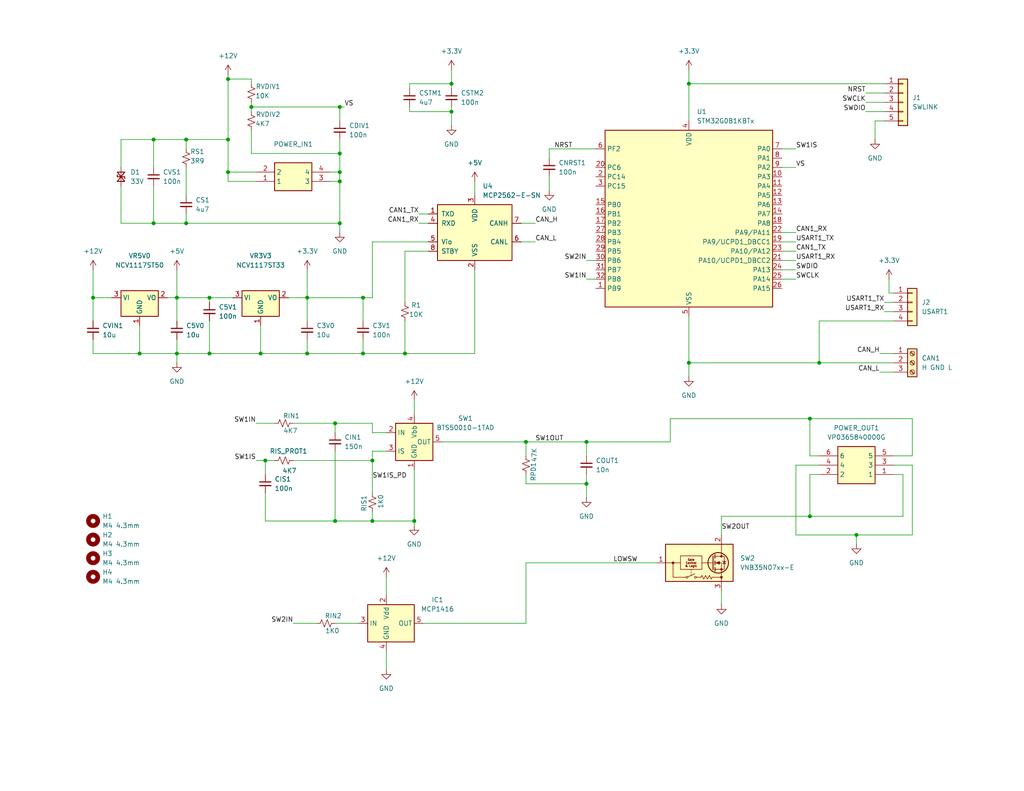
<source format=kicad_sch>
(kicad_sch (version 20250114) (generator "eeschema") (generator_version "9.0")
  (paper "USLetter")
  (title_block (title "High / Low Smart Switch") (date "2026-01-18") (rev "001") (company "Gordon McLellan"))
  (lib_symbols
    (symbol "Connector:Screw_Terminal_01x03" (pin_names (offset 1.016) (hide yes))
      (property "Reference" "J" (at 0 5.08 0))
      (property "Value" "Screw_Terminal_01x03" (at 0 -5.08 0))
      (symbol "Screw_Terminal_01x03_1_1"
        (rectangle (start -1.27 3.81) (end 1.27 -3.81) (stroke (width 0.254)) (fill (type background)))
        (polyline (pts (xy -0.5334 2.8702) (xy 0.3302 2.032)) (stroke (width 0.1524)))
        (polyline (pts (xy -0.5334 0.3302) (xy 0.3302 -0.508)) (stroke (width 0.1524)))
        (polyline (pts (xy -0.5334 -2.2098) (xy 0.3302 -3.048)) (stroke (width 0.1524)))
        (polyline (pts (xy -0.3556 3.048) (xy 0.508 2.2098)) (stroke (width 0.1524)))
        (polyline (pts (xy -0.3556 0.508) (xy 0.508 -0.3302)) (stroke (width 0.1524)))
        (polyline (pts (xy -0.3556 -2.032) (xy 0.508 -2.8702)) (stroke (width 0.1524)))
        (circle (center 0 2.54) (radius 0.635) (stroke (width 0.1524)))
        (circle (center 0 0) (radius 0.635) (stroke (width 0.1524)))
        (circle (center 0 -2.54) (radius 0.635) (stroke (width 0.1524)))
        (pin passive line (at -5.08 2.54 0) (length 3.81) (name "Pin_1") (number "1"))
        (pin passive line (at -5.08 0 0) (length 3.81) (name "Pin_2") (number "2"))
        (pin passive line (at -5.08 -2.54 0) (length 3.81) (name "Pin_3") (number "3"))
      )
    )
    (symbol "Connector_Generic:Conn_01x04" (pin_names (offset 1.016) (hide yes))
      (property "Reference" "J" (at 0 5.08 0))
      (property "Value" "Conn_01x04" (at 0 -7.62 0))
      (symbol "Conn_01x04_1_1"
        (rectangle (start -1.27 3.81) (end 1.27 -6.35) (stroke (width 0.254)) (fill (type background)))
        (rectangle (start -1.27 2.667) (end 0 2.413) (stroke (width 0.1524)))
        (rectangle (start -1.27 0.127) (end 0 -0.127) (stroke (width 0.1524)))
        (rectangle (start -1.27 -2.413) (end 0 -2.667) (stroke (width 0.1524)))
        (rectangle (start -1.27 -4.953) (end 0 -5.207) (stroke (width 0.1524)))
        (pin passive line (at -5.08 2.54 0) (length 3.81) (name "Pin_1") (number "1"))
        (pin passive line (at -5.08 0 0) (length 3.81) (name "Pin_2") (number "2"))
        (pin passive line (at -5.08 -2.54 0) (length 3.81) (name "Pin_3") (number "3"))
        (pin passive line (at -5.08 -5.08 0) (length 3.81) (name "Pin_4") (number "4"))
      )
    )
    (symbol "Connector_Generic:Conn_01x05" (pin_names (offset 1.016) (hide yes))
      (property "Reference" "J" (at 0 7.62 0))
      (property "Value" "Conn_01x05" (at 0 -7.62 0))
      (symbol "Conn_01x05_1_1"
        (rectangle (start -1.27 6.35) (end 1.27 -6.35) (stroke (width 0.254)) (fill (type background)))
        (rectangle (start -1.27 5.207) (end 0 4.953) (stroke (width 0.1524)))
        (rectangle (start -1.27 2.667) (end 0 2.413) (stroke (width 0.1524)))
        (rectangle (start -1.27 0.127) (end 0 -0.127) (stroke (width 0.1524)))
        (rectangle (start -1.27 -2.413) (end 0 -2.667) (stroke (width 0.1524)))
        (rectangle (start -1.27 -4.953) (end 0 -5.207) (stroke (width 0.1524)))
        (pin passive line (at -5.08 5.08 0) (length 3.81) (name "Pin_1") (number "1"))
        (pin passive line (at -5.08 2.54 0) (length 3.81) (name "Pin_2") (number "2"))
        (pin passive line (at -5.08 0 0) (length 3.81) (name "Pin_3") (number "3"))
        (pin passive line (at -5.08 -2.54 0) (length 3.81) (name "Pin_4") (number "4"))
        (pin passive line (at -5.08 -5.08 0) (length 3.81) (name "Pin_5") (number "5"))
      )
    )
    (symbol "Device:C_Small" (pin_numbers (hide yes)) (pin_names (offset 0.254) (hide yes))
      (property "Reference" "C" (at 0.254 1.778 0))
      (property "Value" "C_Small" (at 0.254 -2.032 0))
      (symbol "C_Small_0_1"
        (polyline (pts (xy -1.524 0.508) (xy 1.524 0.508)) (stroke (width 0.3048)))
        (polyline (pts (xy -1.524 -0.508) (xy 1.524 -0.508)) (stroke (width 0.3302)))
      )
      (symbol "C_Small_1_1"
        (pin passive line (at 0 2.54 270) (length 2.032) (name "~") (number "1"))
        (pin passive line (at 0 -2.54 90) (length 2.032) (name "~") (number "2"))
      )
    )
    (symbol "Device:D_TVS_Small" (pin_numbers (hide yes)) (pin_names (offset 1.016) (hide yes))
      (property "Reference" "D" (at 0 2.54 0))
      (property "Value" "D_TVS_Small" (at 0 -2.54 0))
      (symbol "D_TVS_Small_0_1"
        (polyline (pts (xy -1.27 1.016) (xy -1.27 -1.016) (xy 1.27 1.016) (xy 1.27 -1.016) (xy -1.27 1.016)) (stroke (width 0.254)))
        (polyline (pts (xy -1.27 0) (xy 1.27 0)))
        (polyline (pts (xy 0.508 1.016) (xy 0 1.016) (xy 0 -1.016) (xy -0.508 -1.016)) (stroke (width 0.254)))
      )
      (symbol "D_TVS_Small_1_1"
        (pin passive line (at -2.54 0 0) (length 1.27) (name "A1") (number "1"))
        (pin passive line (at 2.54 0 180) (length 1.27) (name "A2") (number "2"))
      )
    )
    (symbol "Device:R_Small_US" (pin_numbers (hide yes)) (pin_names (offset 0.254) (hide yes))
      (property "Reference" "R" (at 0.762 0.508 0))
      (property "Value" "R_Small_US" (at 0.762 -1.016 0))
      (symbol "R_Small_US_1_1"
        (polyline (pts (xy 0 1.524) (xy 1.016 1.143) (xy 0 0.762) (xy -1.016 0.381) (xy 0 0)))
        (polyline (pts (xy 0 0) (xy 1.016 -0.381) (xy 0 -0.762) (xy -1.016 -1.143) (xy 0 -1.524)))
        (pin passive line (at 0 2.54 270) (length 1.016) (name "~") (number "1"))
        (pin passive line (at 0 -2.54 90) (length 1.016) (name "~") (number "2"))
      )
    )
    (symbol "Driver_FET:MCP1416"
      (property "Reference" "U" (at -5.08 6.35 0))
      (property "Value" "MCP1416" (at 1.27 6.35 0))
      (symbol "MCP1416_0_1"
        (rectangle (start -5.08 5.08) (end 7.62 -5.08) (stroke (width 0.254)) (fill (type background)))
      )
      (symbol "MCP1416_1_1"
        (pin input line (at -7.62 0 0) (length 2.54) (name "IN") (number "3"))
        (pin power_in line (at 0 7.62 270) (length 2.54) (name "Vdd") (number "2"))
        (pin power_in line (at 0 -7.62 90) (length 2.54) (name "GND") (number "4"))
        (pin no_connect line (at 7.62 -2.54 180) (length 2.54) (hide yes) (name "NC") (number "1"))
        (pin output line (at 10.16 0 180) (length 2.54) (name "OUT") (number "5"))
      )
    )
    (symbol "Interface_CAN_LIN:MCP2562-E-SN" (pin_names (offset 1.016))
      (property "Reference" "U" (at -10.16 8.89 0))
      (property "Value" "MCP2562-E-SN" (at 2.54 8.89 0))
      (symbol "MCP2562-E-SN_0_1"
        (rectangle (start -10.16 7.62) (end 10.16 -7.62) (stroke (width 0.254)) (fill (type background)))
      )
      (symbol "MCP2562-E-SN_1_1"
        (pin input line (at -12.7 5.08 0) (length 2.54) (name "TXD") (number "1"))
        (pin output line (at -12.7 2.54 0) (length 2.54) (name "RXD") (number "4"))
        (pin power_in line (at -12.7 -2.54 0) (length 2.54) (name "Vio") (number "5"))
        (pin input line (at -12.7 -5.08 0) (length 2.54) (name "STBY") (number "8"))
        (pin power_in line (at 0 10.16 270) (length 2.54) (name "VDD") (number "3"))
        (pin power_in line (at 0 -10.16 90) (length 2.54) (name "VSS") (number "2"))
        (pin bidirectional line (at 12.7 2.54 180) (length 2.54) (name "CANH") (number "7"))
        (pin bidirectional line (at 12.7 -2.54 180) (length 2.54) (name "CANL") (number "6"))
      )
    )
    (symbol "MCU_ST_STM32G0:STM32G0B1KBTx"
      (property "Reference" "U" (at -22.86 26.67 0))
      (property "Value" "STM32G0B1KBTx" (at 2.54 26.67 0))
      (symbol "STM32G0B1KBTx_0_1"
        (rectangle (start -22.86 -22.86) (end 22.86 25.4) (stroke (width 0.254)) (fill (type background)))
      )
      (symbol "STM32G0B1KBTx_1_1"
        (pin bidirectional line (at -25.4 20.32 0) (length 2.54) (name "PF2") (number "6"))
        (pin bidirectional line (at -25.4 15.24 0) (length 2.54) (name "PC6") (number "20"))
        (pin bidirectional line (at -25.4 12.7 0) (length 2.54) (name "PC14") (number "2"))
        (pin bidirectional line (at -25.4 10.16 0) (length 2.54) (name "PC15") (number "3"))
        (pin bidirectional line (at -25.4 5.08 0) (length 2.54) (name "PB0") (number "15"))
        (pin bidirectional line (at -25.4 2.54 0) (length 2.54) (name "PB1") (number "16"))
        (pin bidirectional line (at -25.4 0 0) (length 2.54) (name "PB2") (number "17"))
        (pin bidirectional line (at -25.4 -2.54 0) (length 2.54) (name "PB3") (number "27"))
        (pin bidirectional line (at -25.4 -5.08 0) (length 2.54) (name "PB4") (number "28"))
        (pin bidirectional line (at -25.4 -7.62 0) (length 2.54) (name "PB5") (number "29"))
        (pin bidirectional line (at -25.4 -10.16 0) (length 2.54) (name "PB6") (number "30"))
        (pin bidirectional line (at -25.4 -12.7 0) (length 2.54) (name "PB7") (number "31"))
        (pin bidirectional line (at -25.4 -15.24 0) (length 2.54) (name "PB8") (number "32"))
        (pin bidirectional line (at -25.4 -17.78 0) (length 2.54) (name "PB9") (number "1"))
        (pin power_in line (at 0 27.94 270) (length 2.54) (name "VDD") (number "4"))
        (pin power_in line (at 0 -25.4 90) (length 2.54) (name "VSS") (number "5"))
        (pin bidirectional line (at 25.4 20.32 180) (length 2.54) (name "PA0") (number "7"))
        (pin bidirectional line (at 25.4 17.78 180) (length 2.54) (name "PA1") (number "8"))
        (pin bidirectional line (at 25.4 15.24 180) (length 2.54) (name "PA2") (number "9"))
        (pin bidirectional line (at 25.4 12.7 180) (length 2.54) (name "PA3") (number "10"))
        (pin bidirectional line (at 25.4 10.16 180) (length 2.54) (name "PA4") (number "11"))
        (pin bidirectional line (at 25.4 7.62 180) (length 2.54) (name "PA5") (number "12"))
        (pin bidirectional line (at 25.4 5.08 180) (length 2.54) (name "PA6") (number "13"))
        (pin bidirectional line (at 25.4 2.54 180) (length 2.54) (name "PA7") (number "14"))
        (pin bidirectional line (at 25.4 0 180) (length 2.54) (name "PA8") (number "18"))
        (pin bidirectional line (at 25.4 -2.54 180) (length 2.54) (name "PA9/PA11") (number "22"))
        (pin bidirectional line (at 25.4 -5.08 180) (length 2.54) (name "PA9/UCPD1_DBCC1") (number "19"))
        (pin bidirectional line (at 25.4 -7.62 180) (length 2.54) (name "PA10/PA12") (number "23"))
        (pin bidirectional line (at 25.4 -10.16 180) (length 2.54) (name "PA10/UCPD1_DBCC2") (number "21"))
        (pin bidirectional line (at 25.4 -12.7 180) (length 2.54) (name "PA13") (number "24"))
        (pin bidirectional line (at 25.4 -15.24 180) (length 2.54) (name "PA14") (number "25"))
        (pin bidirectional line (at 25.4 -17.78 180) (length 2.54) (name "PA15") (number "26"))
      )
    )
    (symbol "Mechanical:MountingHole" (pin_names (offset 1.016)) (in_bom no)
      (property "Reference" "H" (at 0 5.08 0))
      (property "Value" "MountingHole" (at 0 3.175 0))
      (symbol "MountingHole_0_1"
        (circle (center 0 0) (radius 1.27) (stroke (width 1.27)))
      )
    )
    (symbol "PCM_SparkFun-Regulator:LM1117-3.3"
      (property "Reference" "U" (at -3.81 3.175 0))
      (property "Value" "LM1117-3.3" (at 0 3.175 0))
      (property "VMax" "15V" (at 0 -10.16 0) (show_name))
      (property "IMax" "800mA" (at 0 -12.7 0) (show_name))
      (symbol "LM1117-3.3_0_1"
        (rectangle (start -5.08 -5.08) (end 5.08 1.905) (stroke (width 0.254)) (fill (type background)))
      )
      (symbol "LM1117-3.3_1_1"
        (pin power_in line (at -7.62 0 0) (length 2.54) (name "VI") (number "3"))
        (pin power_in line (at 0 -7.62 90) (length 2.54) (name "GND") (number "1"))
        (pin power_out line (at 7.62 0 180) (length 2.54) (name "VO") (number "2"))
      )
    )
    (symbol "Power_Management:BTS50010-1TAD"
      (property "Reference" "U" (at -5.08 6.35 0))
      (property "Value" "BTS50010-1TAD" (at 8.89 6.35 0))
      (symbol "BTS50010-1TAD_0_1"
        (rectangle (start -5.08 5.08) (end 5.08 -5.08) (stroke (width 0.254)) (fill (type background)))
      )
      (symbol "BTS50010-1TAD_1_1"
        (pin input line (at -7.62 2.54 0) (length 2.54) (name "IN") (number "2"))
        (pin output line (at -7.62 -2.54 0) (length 2.54) (name "IS") (number "3"))
        (pin power_in line (at 0 7.62 270) (length 2.54) (name "Vbb") (number "4"))
        (pin power_in line (at 0 -7.62 90) (length 2.54) (name "GND") (number "1"))
        (pin passive line (at 7.62 0 180) (length 2.54) (name "OUT") (number "5"))
        (pin passive line (at 7.62 0 180) (length 2.54) (hide yes) (name "OUT") (number "6"))
        (pin passive line (at 7.62 0 180) (length 2.54) (hide yes) (name "OUT") (number "7"))
      )
    )
    (symbol "SamacSys_Parts:VP0265840000G"
      (property "Reference" "J" (at 16.51 7.62 0))
      (property "Value" "VP0265840000G" (at 16.51 5.08 0))
      (symbol "VP0265840000G_1_1"
        (rectangle (start 5.08 2.54) (end 15.24 -5.08) (stroke (width 0.254)) (fill (type background)))
        (pin passive line (at 0 0 0) (length 5.08) (name "2") (number "2"))
        (pin passive line (at 0 -2.54 0) (length 5.08) (name "1") (number "1"))
        (pin passive line (at 20.32 0 180) (length 5.08) (name "4") (number "4"))
        (pin passive line (at 20.32 -2.54 180) (length 5.08) (name "3") (number "3"))
      )
    )
    (symbol "SamacSys_Parts:VP0365840000G"
      (property "Reference" "J" (at 16.51 7.62 0))
      (property "Value" "VP0365840000G" (at 16.51 5.08 0))
      (symbol "VP0365840000G_1_1"
        (rectangle (start 5.08 2.54) (end 15.24 -7.62) (stroke (width 0.254)) (fill (type background)))
        (pin passive line (at 0 0 0) (length 5.08) (name "1") (number "1"))
        (pin passive line (at 0 -2.54 0) (length 5.08) (name "3") (number "3"))
        (pin passive line (at 0 -5.08 0) (length 5.08) (name "5") (number "5"))
        (pin passive line (at 20.32 0 180) (length 5.08) (name "2") (number "2"))
        (pin passive line (at 20.32 -2.54 180) (length 5.08) (name "4") (number "4"))
        (pin passive line (at 20.32 -5.08 180) (length 5.08) (name "6") (number "6"))
      )
    )
    (symbol "Transistor_FET_Other:VNB35N07xx-E" (pin_names (offset 0) (hide yes))
      (property "Reference" "Q" (at -17.78 9.398 0))
      (property "Value" "VNB35N07xx-E" (at -17.78 6.858 0))
      (symbol "VNB35N07xx-E_0_0"
        (polyline (pts (xy 0 2.667) (xy 0 5.08)))
        (polyline (pts (xy 0 -5.08) (xy 0 -2.667)))
      )
      (symbol "VNB35N07xx-E_0_1"
        (rectangle (start -15.24 5.08) (end 3.175 -5.08) (stroke (width 0.254)) (fill (type background)))
        (rectangle (start -11.176 1.905) (end -5.334 -1.778))
        (polyline (pts (xy -11.176 0) (xy -15.24 0)))
        (polyline (pts (xy -9.6774 -3.937) (xy -13.208 -3.937) (xy -13.208 0)))
        (circle (center -9.398 -3.937) (radius 0.254))
        (polyline (pts (xy -9.144 -3.81) (xy -7.2644 -2.9972)))
        (circle (center -7.112 -3.937) (radius 0.254))
        (polyline (pts (xy -5.588 -3.937) (xy -6.8326 -3.937)))
        (polyline (pts (xy -5.588 -3.937) (xy -5.334 -3.429) (xy -5.08 -3.937) (xy -4.826 -4.445) (xy -4.572 -3.937)))
        (polyline (pts (xy -5.334 0) (xy -2.286 0)))
        (polyline (pts (xy -4.572 -3.937) (xy -4.318 -3.429) (xy -4.064 -3.937) (xy -3.81 -4.445) (xy -3.556 -3.937)))
        (polyline (pts (xy -3.556 -3.937) (xy -3.302 -3.429) (xy -3.048 -3.937) (xy -2.794 -4.445) (xy -2.54 -3.937)))
        (polyline (pts (xy -2.286 1.905) (xy -2.286 -1.905)) (stroke (width 0.254)))
        (polyline (pts (xy -1.778 2.286) (xy -1.778 1.27)) (stroke (width 0.254)))
        (polyline (pts (xy -1.778 0.508) (xy -1.778 -0.508)) (stroke (width 0.254)))
        (polyline (pts (xy -1.778 -1.27) (xy -1.778 -2.286)) (stroke (width 0.254)))
        (polyline (pts (xy -1.778 -1.778) (xy 0.762 -1.778) (xy 0.762 1.778) (xy -1.778 1.778)))
        (polyline (pts (xy -1.524 0) (xy -0.508 0.381) (xy -0.508 -0.381) (xy -1.524 0)) (fill (type outline)))
        (circle (center -0.889 0) (radius 2.794) (stroke (width 0.254)))
        (polyline (pts (xy 0 2.54) (xy 0 1.778)))
        (circle (center 0 1.778) (radius 0.254) (fill (type outline)))
        (circle (center 0 -1.778) (radius 0.254) (fill (type outline)))
        (polyline (pts (xy 0 -2.54) (xy 0 0) (xy -1.778 0)))
        (polyline (pts (xy 0 -3.937) (xy -2.54 -3.937)))
        (polyline (pts (xy 0.254 0.508) (xy 0.381 0.381) (xy 1.143 0.381) (xy 1.27 0.254)))
        (polyline (pts (xy 0.762 0.381) (xy 0.381 -0.254) (xy 1.143 -0.254) (xy 0.762 0.381)))
      )
      (symbol "VNB35N07xx-E_1_1"
        (circle (center -13.208 0) (radius 0.2794) (fill (type outline)))
        (polyline (pts (xy -8.2804 -2.1082) (xy -8.2804 -1.8034)))
        (polyline (pts (xy -8.2804 -2.7432) (xy -8.2804 -2.4892)))
        (polyline (pts (xy -8.2804 -3.3782) (xy -8.2804 -3.1242)))
        (circle (center 0 -3.937) (radius 0.2794) (fill (type outline)))
        (text "Gate\nControl\n& Logic" (at -8.255 0 0) (effects (font (size 0.5334 0.5334))))
        (pin bidirectional line (at -17.78 0 0) (length 2.54) (name "INPUT") (number "1"))
        (pin passive line (at 0 7.62 270) (length 2.54) (name "DRAIN") (number "2"))
        (pin passive line (at 0 -7.62 90) (length 2.54) (name "SOURCE") (number "3"))
      )
    )
    (symbol "power:+12V" (power) (pin_numbers (hide yes)) (pin_names (offset 0) (hide yes))
      (property "Value" "+12V" (at 0 3.556 0))
      (symbol "+12V_0_1"
        (polyline (pts (xy -0.762 1.27) (xy 0 2.54)))
        (polyline (pts (xy 0 2.54) (xy 0.762 1.27)))
        (polyline (pts (xy 0 0) (xy 0 2.54)))
      )
      (symbol "+12V_1_1"
        (pin power_in line (at 0 0 90) (length 0) (name "~") (number "1"))
      )
    )
    (symbol "power:+3.3V" (power) (pin_numbers (hide yes)) (pin_names (offset 0) (hide yes))
      (property "Value" "+3.3V" (at 0 3.556 0))
      (symbol "+3.3V_0_1"
        (polyline (pts (xy -0.762 1.27) (xy 0 2.54)))
        (polyline (pts (xy 0 2.54) (xy 0.762 1.27)))
        (polyline (pts (xy 0 0) (xy 0 2.54)))
      )
      (symbol "+3.3V_1_1"
        (pin power_in line (at 0 0 90) (length 0) (name "~") (number "1"))
      )
    )
    (symbol "power:+5V" (power) (pin_numbers (hide yes)) (pin_names (offset 0) (hide yes))
      (property "Value" "+5V" (at 0 3.556 0))
      (symbol "+5V_0_1"
        (polyline (pts (xy -0.762 1.27) (xy 0 2.54)))
        (polyline (pts (xy 0 2.54) (xy 0.762 1.27)))
        (polyline (pts (xy 0 0) (xy 0 2.54)))
      )
      (symbol "+5V_1_1"
        (pin power_in line (at 0 0 90) (length 0) (name "~") (number "1"))
      )
    )
    (symbol "power:GND" (power) (pin_numbers (hide yes)) (pin_names (offset 0) (hide yes))
      (property "Value" "GND" (at 0 -3.81 0))
      (symbol "GND_0_1"
        (polyline (pts (xy 0 0) (xy 0 -1.27) (xy 1.27 -1.27) (xy 0 -2.54) (xy -1.27 -1.27) (xy 0 -1.27)))
      )
      (symbol "GND_1_1"
        (pin power_in line (at 0 0 270) (length 0) (name "~") (number "1"))
      )
    )
  )
  (junction (at 92.71 41.91))
  (junction (at 83.82 96.52))
  (junction (at 99.06 81.28))
  (junction (at 220.98 140.97))
  (junction (at 62.23 21.59))
  (junction (at 101.6 142.24))
  (junction (at 187.96 22.86))
  (junction (at 62.23 38.1))
  (junction (at 41.91 38.1))
  (junction (at 233.68 146.05))
  (junction (at 113.03 142.24))
  (junction (at 92.71 29.21))
  (junction (at 91.44 142.24))
  (junction (at 50.8 60.96))
  (junction (at 143.51 120.65))
  (junction (at 48.26 96.52))
  (junction (at 123.19 30.48))
  (junction (at 92.71 60.96))
  (junction (at 48.26 81.28))
  (junction (at 91.44 115.57))
  (junction (at 25.4 81.28))
  (junction (at 38.1 96.52))
  (junction (at 223.52 99.06))
  (junction (at 92.71 49.53))
  (junction (at 57.15 81.28))
  (junction (at 187.96 99.06))
  (junction (at 160.02 132.08))
  (junction (at 62.23 46.99))
  (junction (at 99.06 96.52))
  (junction (at 110.49 96.52))
  (junction (at 101.6 125.73))
  (junction (at 57.15 96.52))
  (junction (at 92.71 46.99))
  (junction (at 160.02 120.65))
  (junction (at 41.91 60.96))
  (junction (at 123.19 22.86))
  (junction (at 72.39 125.73))
  (junction (at 220.98 114.3))
  (junction (at 68.58 29.21))
  (junction (at 50.8 38.1))
  (junction (at 71.12 96.52))
  (junction (at 83.82 81.28))
  (wire (pts (xy 68.58 22.86) (xy 68.58 21.59)))
  (wire (pts (xy 187.96 99.06) (xy 187.96 102.87)))
  (wire (pts (xy 105.41 157.48) (xy 105.41 162.56)))
  (wire (pts (xy 50.8 60.96) (xy 92.71 60.96)))
  (wire (pts (xy 196.85 140.97) (xy 196.85 146.05)))
  (wire (pts (xy 143.51 170.18) (xy 143.51 153.67)))
  (wire (pts (xy 90.17 49.53) (xy 92.71 49.53)))
  (wire (pts (xy 72.39 125.73) (xy 69.85 125.73)))
  (wire (pts (xy 83.82 81.28) (xy 83.82 87.63)))
  (wire (pts (xy 143.51 153.67) (xy 179.07 153.67)))
  (wire (pts (xy 223.52 87.63) (xy 223.52 99.06)))
  (wire (pts (xy 248.92 114.3) (xy 248.92 124.46)))
  (wire (pts (xy 99.06 81.28) (xy 83.82 81.28)))
  (wire (pts (xy 236.22 30.48) (xy 241.3 30.48)))
  (wire (pts (xy 50.8 38.1) (xy 62.23 38.1)))
  (wire (pts (xy 241.3 85.09) (xy 243.84 85.09)))
  (wire (pts (xy 116.84 66.04) (xy 101.6 66.04)))
  (wire (pts (xy 99.06 96.52) (xy 110.49 96.52)))
  (wire (pts (xy 91.44 115.57) (xy 91.44 118.11)))
  (wire (pts (xy 101.6 123.19) (xy 105.41 123.19)))
  (wire (pts (xy 123.19 22.86) (xy 123.19 24.13)))
  (wire (pts (xy 68.58 27.94) (xy 68.58 29.21)))
  (wire (pts (xy 114.3 58.42) (xy 116.84 58.42)))
  (wire (pts (xy 80.01 170.18) (xy 86.36 170.18)))
  (wire (pts (xy 91.44 142.24) (xy 72.39 142.24)))
  (wire (pts (xy 111.76 30.48) (xy 123.19 30.48)))
  (wire (pts (xy 101.6 66.04) (xy 101.6 81.28)))
  (wire (pts (xy 30.48 81.28) (xy 25.4 81.28)))
  (wire (pts (xy 48.26 96.52) (xy 48.26 99.06)))
  (wire (pts (xy 57.15 87.63) (xy 57.15 96.52)))
  (wire (pts (xy 160.02 129.54) (xy 160.02 132.08)))
  (wire (pts (xy 129.54 96.52) (xy 129.54 73.66)))
  (wire (pts (xy 68.58 29.21) (xy 92.71 29.21)))
  (wire (pts (xy 33.02 60.96) (xy 41.91 60.96)))
  (wire (pts (xy 48.26 81.28) (xy 48.26 87.63)))
  (wire (pts (xy 33.02 38.1) (xy 41.91 38.1)))
  (wire (pts (xy 217.17 146.05) (xy 233.68 146.05)))
  (wire (pts (xy 240.03 96.52) (xy 243.84 96.52)))
  (wire (pts (xy 101.6 81.28) (xy 99.06 81.28)))
  (wire (pts (xy 68.58 29.21) (xy 68.58 30.48)))
  (wire (pts (xy 187.96 22.86) (xy 187.96 33.02)))
  (wire (pts (xy 80.01 125.73) (xy 101.6 125.73)))
  (wire (pts (xy 243.84 127) (xy 248.92 127)))
  (wire (pts (xy 101.6 125.73) (xy 101.6 123.19)))
  (wire (pts (xy 238.76 33.02) (xy 238.76 38.1)))
  (wire (pts (xy 83.82 81.28) (xy 83.82 73.66)))
  (wire (pts (xy 62.23 38.1) (xy 62.23 46.99)))
  (wire (pts (xy 246.38 140.97) (xy 246.38 129.54)))
  (wire (pts (xy 149.86 40.64) (xy 162.56 40.64)))
  (wire (pts (xy 62.23 21.59) (xy 68.58 21.59)))
  (wire (pts (xy 71.12 88.9) (xy 71.12 96.52)))
  (wire (pts (xy 62.23 46.99) (xy 69.85 46.99)))
  (wire (pts (xy 213.36 45.72) (xy 217.17 45.72)))
  (wire (pts (xy 74.93 125.73) (xy 72.39 125.73)))
  (wire (pts (xy 213.36 63.5) (xy 217.17 63.5)))
  (wire (pts (xy 142.24 60.96) (xy 146.05 60.96)))
  (wire (pts (xy 160.02 132.08) (xy 160.02 135.89)))
  (wire (pts (xy 120.65 120.65) (xy 143.51 120.65)))
  (wire (pts (xy 243.84 87.63) (xy 223.52 87.63)))
  (wire (pts (xy 213.36 71.12) (xy 217.17 71.12)))
  (wire (pts (xy 78.74 81.28) (xy 83.82 81.28)))
  (wire (pts (xy 33.02 38.1) (xy 33.02 45.72)))
  (wire (pts (xy 92.71 29.21) (xy 93.98 29.21)))
  (wire (pts (xy 115.57 170.18) (xy 143.51 170.18)))
  (wire (pts (xy 99.06 92.71) (xy 99.06 96.52)))
  (wire (pts (xy 62.23 46.99) (xy 62.23 49.53)))
  (wire (pts (xy 25.4 92.71) (xy 25.4 96.52)))
  (wire (pts (xy 149.86 48.26) (xy 149.86 52.07)))
  (wire (pts (xy 101.6 139.7) (xy 101.6 142.24)))
  (wire (pts (xy 143.51 132.08) (xy 160.02 132.08)))
  (wire (pts (xy 213.36 76.2) (xy 217.17 76.2)))
  (wire (pts (xy 160.02 71.12) (xy 162.56 71.12)))
  (wire (pts (xy 113.03 142.24) (xy 113.03 143.51)))
  (wire (pts (xy 50.8 58.42) (xy 50.8 60.96)))
  (wire (pts (xy 50.8 45.72) (xy 50.8 53.34)))
  (wire (pts (xy 213.36 66.04) (xy 217.17 66.04)))
  (wire (pts (xy 99.06 81.28) (xy 99.06 87.63)))
  (wire (pts (xy 41.91 60.96) (xy 50.8 60.96)))
  (wire (pts (xy 243.84 124.46) (xy 248.92 124.46)))
  (wire (pts (xy 68.58 41.91) (xy 92.71 41.91)))
  (wire (pts (xy 38.1 88.9) (xy 38.1 96.52)))
  (wire (pts (xy 62.23 49.53) (xy 69.85 49.53)))
  (wire (pts (xy 236.22 25.4) (xy 241.3 25.4)))
  (wire (pts (xy 113.03 128.27) (xy 113.03 142.24)))
  (wire (pts (xy 160.02 120.65) (xy 182.88 120.65)))
  (wire (pts (xy 68.58 35.56) (xy 68.58 41.91)))
  (wire (pts (xy 111.76 22.86) (xy 123.19 22.86)))
  (wire (pts (xy 220.98 129.54) (xy 220.98 140.97)))
  (wire (pts (xy 182.88 114.3) (xy 220.98 114.3)))
  (wire (pts (xy 41.91 50.8) (xy 41.91 60.96)))
  (wire (pts (xy 83.82 96.52) (xy 83.82 92.71)))
  (wire (pts (xy 110.49 96.52) (xy 110.49 87.63)))
  (wire (pts (xy 57.15 81.28) (xy 57.15 82.55)))
  (wire (pts (xy 241.3 33.02) (xy 238.76 33.02)))
  (wire (pts (xy 220.98 124.46) (xy 223.52 124.46)))
  (wire (pts (xy 92.71 60.96) (xy 92.71 63.5)))
  (wire (pts (xy 240.03 101.6) (xy 243.84 101.6)))
  (wire (pts (xy 241.3 82.55) (xy 243.84 82.55)))
  (wire (pts (xy 25.4 96.52) (xy 38.1 96.52)))
  (wire (pts (xy 142.24 66.04) (xy 146.05 66.04)))
  (wire (pts (xy 182.88 114.3) (xy 182.88 120.65)))
  (wire (pts (xy 213.36 73.66) (xy 217.17 73.66)))
  (wire (pts (xy 143.51 120.65) (xy 143.51 124.46)))
  (wire (pts (xy 233.68 146.05) (xy 248.92 146.05)))
  (wire (pts (xy 123.19 30.48) (xy 123.19 34.29)))
  (wire (pts (xy 196.85 140.97) (xy 220.98 140.97)))
  (wire (pts (xy 213.36 40.64) (xy 217.17 40.64)))
  (wire (pts (xy 25.4 81.28) (xy 25.4 87.63)))
  (wire (pts (xy 48.26 81.28) (xy 57.15 81.28)))
  (wire (pts (xy 57.15 96.52) (xy 71.12 96.52)))
  (wire (pts (xy 80.01 115.57) (xy 91.44 115.57)))
  (wire (pts (xy 217.17 127) (xy 217.17 146.05)))
  (wire (pts (xy 45.72 81.28) (xy 48.26 81.28)))
  (wire (pts (xy 110.49 68.58) (xy 110.49 82.55)))
  (wire (pts (xy 92.71 46.99) (xy 90.17 46.99)))
  (wire (pts (xy 196.85 161.29) (xy 196.85 165.1)))
  (wire (pts (xy 83.82 96.52) (xy 99.06 96.52)))
  (wire (pts (xy 48.26 73.66) (xy 48.26 81.28)))
  (wire (pts (xy 105.41 177.8) (xy 105.41 182.88)))
  (wire (pts (xy 92.71 41.91) (xy 92.71 46.99)))
  (wire (pts (xy 111.76 24.13) (xy 111.76 22.86)))
  (wire (pts (xy 62.23 20.32) (xy 62.23 21.59)))
  (wire (pts (xy 101.6 118.11) (xy 105.41 118.11)))
  (wire (pts (xy 101.6 142.24) (xy 91.44 142.24)))
  (wire (pts (xy 220.98 114.3) (xy 248.92 114.3)))
  (wire (pts (xy 243.84 80.01) (xy 242.57 80.01)))
  (wire (pts (xy 187.96 99.06) (xy 223.52 99.06)))
  (wire (pts (xy 48.26 96.52) (xy 57.15 96.52)))
  (wire (pts (xy 160.02 76.2) (xy 162.56 76.2)))
  (wire (pts (xy 213.36 68.58) (xy 217.17 68.58)))
  (wire (pts (xy 72.39 125.73) (xy 72.39 129.54)))
  (wire (pts (xy 248.92 146.05) (xy 248.92 127)))
  (wire (pts (xy 72.39 142.24) (xy 72.39 134.62)))
  (wire (pts (xy 143.51 129.54) (xy 143.51 132.08)))
  (wire (pts (xy 149.86 40.64) (xy 149.86 43.18)))
  (wire (pts (xy 220.98 129.54) (xy 223.52 129.54)))
  (wire (pts (xy 91.44 170.18) (xy 97.79 170.18)))
  (wire (pts (xy 223.52 99.06) (xy 243.84 99.06)))
  (wire (pts (xy 92.71 49.53) (xy 92.71 60.96)))
  (wire (pts (xy 71.12 96.52) (xy 83.82 96.52)))
  (wire (pts (xy 33.02 50.8) (xy 33.02 60.96)))
  (wire (pts (xy 114.3 60.96) (xy 116.84 60.96)))
  (wire (pts (xy 91.44 142.24) (xy 91.44 123.19)))
  (wire (pts (xy 242.57 76.2) (xy 242.57 80.01)))
  (wire (pts (xy 69.85 115.57) (xy 74.93 115.57)))
  (wire (pts (xy 116.84 68.58) (xy 110.49 68.58)))
  (wire (pts (xy 243.84 129.54) (xy 246.38 129.54)))
  (wire (pts (xy 123.19 29.21) (xy 123.19 30.48)))
  (wire (pts (xy 143.51 120.65) (xy 160.02 120.65)))
  (wire (pts (xy 50.8 38.1) (xy 50.8 40.64)))
  (wire (pts (xy 101.6 115.57) (xy 101.6 118.11)))
  (wire (pts (xy 41.91 38.1) (xy 50.8 38.1)))
  (wire (pts (xy 187.96 19.05) (xy 187.96 22.86)))
  (wire (pts (xy 92.71 38.1) (xy 92.71 41.91)))
  (wire (pts (xy 220.98 140.97) (xy 246.38 140.97)))
  (wire (pts (xy 111.76 29.21) (xy 111.76 30.48)))
  (wire (pts (xy 92.71 29.21) (xy 92.71 33.02)))
  (wire (pts (xy 236.22 27.94) (xy 241.3 27.94)))
  (wire (pts (xy 123.19 19.05) (xy 123.19 22.86)))
  (wire (pts (xy 129.54 49.53) (xy 129.54 53.34)))
  (wire (pts (xy 25.4 81.28) (xy 25.4 73.66)))
  (wire (pts (xy 187.96 22.86) (xy 241.3 22.86)))
  (wire (pts (xy 217.17 127) (xy 223.52 127)))
  (wire (pts (xy 57.15 81.28) (xy 63.5 81.28)))
  (wire (pts (xy 233.68 146.05) (xy 233.68 148.59)))
  (wire (pts (xy 187.96 86.36) (xy 187.96 99.06)))
  (wire (pts (xy 48.26 92.71) (xy 48.26 96.52)))
  (wire (pts (xy 91.44 115.57) (xy 101.6 115.57)))
  (wire (pts (xy 38.1 96.52) (xy 48.26 96.52)))
  (wire (pts (xy 160.02 120.65) (xy 160.02 124.46)))
  (wire (pts (xy 220.98 124.46) (xy 220.98 114.3)))
  (wire (pts (xy 101.6 125.73) (xy 101.6 134.62)))
  (wire (pts (xy 62.23 21.59) (xy 62.23 38.1)))
  (wire (pts (xy 113.03 109.22) (xy 113.03 113.03)))
  (wire (pts (xy 92.71 46.99) (xy 92.71 49.53)))
  (wire (pts (xy 110.49 96.52) (xy 129.54 96.52)))
  (wire (pts (xy 41.91 38.1) (xy 41.91 45.72)))
  (wire (pts (xy 101.6 142.24) (xy 113.03 142.24)))
  (label "VS" (at 217.17 45.72 0))
  (label "VS" (at 93.98 29.21 0))
  (label "CAN1_TX" (at 217.17 68.58 0))
  (label "NRST" (at 236.22 25.4 180))
  (label "SW1OUT" (at 146.05 120.65 0))
  (label "SW1IS_PD" (at 101.6 130.81 0))
  (label "CAN1_RX" (at 217.17 63.5 0))
  (label "SW2IN" (at 80.01 170.18 180))
  (label "SW2OUT" (at 196.85 144.78 0))
  (label "CAN1_RX" (at 114.3 60.96 180))
  (label "SWCLK" (at 217.17 76.2 0))
  (label "SWDIO" (at 236.22 30.48 180))
  (label "CAN_H" (at 146.05 60.96 0))
  (label "SW1IN" (at 160.02 76.2 180))
  (label "USART1_RX" (at 241.3 85.09 180))
  (label "CAN_H" (at 240.03 96.52 180))
  (label "LOWSW" (at 173.99 153.67 180))
  (label "USART1_TX" (at 241.3 82.55 180))
  (label "NRST" (at 156.21 40.64 180))
  (label "CAN_L" (at 240.03 101.6 180))
  (label "CAN_L" (at 146.05 66.04 0))
  (label "SW1IS" (at 217.17 40.64 0))
  (label "SWCLK" (at 236.22 27.94 180))
  (label "SWDIO" (at 217.17 73.66 0))
  (label "SW1IN" (at 69.85 115.57 180))
  (label "USART1_RX" (at 217.17 71.12 0))
  (label "CAN1_TX" (at 114.3 58.42 180))
  (label "SW1IS" (at 69.85 125.73 180))
  (label "SW2IN" (at 160.02 71.12 180))
  (label "USART1_TX" (at 217.17 66.04 0))
  (symbol (lib_id "power:+5V") (at 48.26 73.66 0) (unit 1)
    (property "Reference" "#PWR012" (effects (hide yes)))
    (property "Value" "+5V" (at 48.26 68.58 0))
    (property "Description" "Power symbol creates a global label with name \"+5V\"" (effects (hide yes)))
  )
  (symbol (lib_id "Mechanical:MountingHole") (at 25.4 157.48 0) (unit 1) (in_bom no)
    (property "Reference" "H4" (at 27.94 156.2099 0) (effects (justify left)))
    (property "Value" "M4 4.3mm" (at 27.94 158.7499 0) (effects (justify left)))
    (property "Footprint" "MountingHole:MountingHole_4.3mm_M4" (effects (hide yes)))
    (property "Description" "Mounting Hole without connection" (effects (hide yes)))
  )
  (symbol (lib_id "Device:C_Small") (at 92.71 35.56 0) (unit 1)
    (property "Reference" "CDIV1" (at 95.25 34.2962 0) (effects (justify left)))
    (property "Value" "100n" (at 95.25 36.8362 0) (effects (justify left)))
    (property "Footprint" "Capacitor_SMD:C_0603_1608Metric_Pad1.08x0.95mm_HandSolder" (effects (hide yes)))
    (property "Description" "Unpolarized capacitor, small symbol" (effects (hide yes)))
  )
  (symbol (lib_id "power:+12V") (at 25.4 73.66 0) (unit 1)
    (property "Reference" "#PWR011" (effects (hide yes)))
    (property "Value" "+12V" (at 25.4 68.58 0))
    (property "Description" "Power symbol creates a global label with name \"+12V\"" (effects (hide yes)))
  )
  (symbol (lib_id "Driver_FET:MCP1416") (at 105.41 170.18 0) (unit 1)
    (property "Reference" "IC1" (at 119.38 163.7598 0))
    (property "Value" "MCP1416" (at 119.38 166.2998 0))
    (property "Footprint" "Package_TO_SOT_SMD:SOT-23-5" (effects (hide yes)))
    (property "Datasheet" "http://ww1.microchip.com/downloads/en/DeviceDoc/20002092F.pdf" (effects (hide yes)))
    (property "Description" "1.5A High speed power MOSFET driver with non-inverting output, SOT-23-5" (effects (hide yes)))
  )
  (symbol (lib_id "power:GND") (at 149.86 52.07 0) (unit 1)
    (property "Reference" "#PWR020" (effects (hide yes)))
    (property "Value" "GND" (at 149.86 57.15 0))
    (property "Description" "Power symbol creates a global label with name \"GND\" , ground" (effects (hide yes)))
  )
  (symbol (lib_id "Device:C_Small") (at 83.82 90.17 0) (unit 1)
    (property "Reference" "C3V0" (at 86.36 88.9062 0) (effects (justify left)))
    (property "Value" "10u" (at 86.36 91.4462 0) (effects (justify left)))
    (property "Footprint" "Capacitor_SMD:C_0805_2012Metric_Pad1.18x1.45mm_HandSolder" (effects (hide yes)))
    (property "Description" "Unpolarized capacitor, small symbol" (effects (hide yes)))
  )
  (symbol (lib_id "Device:R_Small_US") (at 110.49 85.09 180) (unit 1)
    (property "Reference" "R1" (at 113.538 83.312 0))
    (property "Value" "10K" (at 113.538 85.852 0))
    (property "Footprint" "Resistor_SMD:R_0603_1608Metric_Pad0.98x0.95mm_HandSolder" (effects (hide yes)))
    (property "Description" "Resistor, small US symbol" (effects (hide yes)))
  )
  (symbol (lib_id "power:+3.3V") (at 187.96 19.05 0) (unit 1)
    (property "Reference" "#PWR017" (effects (hide yes)))
    (property "Value" "+3.3V" (at 187.96 13.97 0))
    (property "Description" "Power symbol creates a global label with name \"+3.3V\"" (effects (hide yes)))
  )
  (symbol (lib_id "power:GND") (at 48.26 99.06 0) (unit 1)
    (property "Reference" "#PWR014" (effects (hide yes)))
    (property "Value" "GND" (at 48.26 104.14 0))
    (property "Description" "Power symbol creates a global label with name \"GND\" , ground" (effects (hide yes)))
  )
  (symbol (lib_id "Device:R_Small_US") (at 68.58 25.4 180) (unit 1)
    (property "Reference" "RVDIV1" (at 73.152 23.622 0))
    (property "Value" "10K" (at 71.628 26.162 0))
    (property "Footprint" "Resistor_SMD:R_0603_1608Metric_Pad0.98x0.95mm_HandSolder" (effects (hide yes)))
    (property "Description" "Resistor, small US symbol" (effects (hide yes)))
  )
  (symbol (lib_id "Device:C_Small") (at 48.26 90.17 0) (unit 1)
    (property "Reference" "C5V0" (at 50.8 88.9062 0) (effects (justify left)))
    (property "Value" "10u" (at 50.8 91.4462 0) (effects (justify left)))
    (property "Footprint" "Capacitor_SMD:C_0805_2012Metric_Pad1.18x1.45mm_HandSolder" (effects (hide yes)))
    (property "Description" "Unpolarized capacitor, small symbol" (effects (hide yes)))
  )
  (symbol (lib_id "Device:R_Small_US") (at 88.9 170.18 90) (unit 1)
    (property "Reference" "RIN2" (at 90.932 168.148 90))
    (property "Value" "1K0" (at 90.678 172.212 90))
    (property "Footprint" "Resistor_SMD:R_0603_1608Metric_Pad0.98x0.95mm_HandSolder" (effects (hide yes)))
    (property "Description" "Resistor, small US symbol" (effects (hide yes)))
  )
  (symbol (lib_id "power:+12V") (at 62.23 20.32 0) (unit 1)
    (property "Reference" "#PWR010" (effects (hide yes)))
    (property "Value" "+12V" (at 62.23 15.24 0))
    (property "Description" "Power symbol creates a global label with name \"+12V\"" (effects (hide yes)))
  )
  (symbol (lib_id "power:+3.3V") (at 83.82 73.66 0) (unit 1)
    (property "Reference" "#PWR013" (effects (hide yes)))
    (property "Value" "+3.3V" (at 83.82 68.58 0))
    (property "Description" "Power symbol creates a global label with name \"+3.3V\"" (effects (hide yes)))
  )
  (symbol (lib_id "Device:R_Small_US") (at 101.6 137.16 180) (unit 1)
    (property "Reference" "RIS1" (at 99.314 137.414 90))
    (property "Value" "1K0" (at 103.886 136.906 90))
    (property "Footprint" "Resistor_SMD:R_0603_1608Metric_Pad0.98x0.95mm_HandSolder" (effects (hide yes)))
    (property "Description" "Resistor, small US symbol" (effects (hide yes)))
  )
  (symbol (lib_id "Interface_CAN_LIN:MCP2562-E-SN") (at 129.54 63.5 0) (unit 1)
    (property "Reference" "U4" (at 131.6833 50.8 0) (effects (justify left)))
    (property "Value" "MCP2562-E-SN" (at 131.6833 53.34 0) (effects (justify left)))
    (property "Footprint" "Package_SO:SOIC-8_3.9x4.9mm_P1.27mm" (effects (hide yes)))
    (property "Datasheet" "http://ww1.microchip.com/downloads/en/DeviceDoc/25167A.pdf" (effects (hide yes)))
    (property "Description" "High-Speed CAN Transceiver, 1Mbps, 5V supply, Vio pin, -40C to +125C, SOIC-8" (effects (hide yes)))
  )
  (symbol (lib_id "power:GND") (at 238.76 38.1 0) (unit 1)
    (property "Reference" "#PWR08" (effects (hide yes)))
    (property "Value" "GND" (at 238.76 43.18 0))
    (property "Description" "Power symbol creates a global label with name \"GND\" , ground" (effects (hide yes)))
  )
  (symbol (lib_id "power:GND") (at 233.68 148.59 0) (unit 1)
    (property "Reference" "#PWR07" (effects (hide yes)))
    (property "Value" "GND" (at 233.68 153.67 0))
    (property "Description" "Power symbol creates a global label with name \"GND\" , ground" (effects (hide yes)))
  )
  (symbol (lib_id "Mechanical:MountingHole") (at 25.4 147.32 0) (unit 1) (in_bom no)
    (property "Reference" "H2" (at 27.94 146.0499 0) (effects (justify left)))
    (property "Value" "M4 4.3mm" (at 27.94 148.5899 0) (effects (justify left)))
    (property "Footprint" "MountingHole:MountingHole_4.3mm_M4" (effects (hide yes)))
    (property "Description" "Mounting Hole without connection" (effects (hide yes)))
  )
  (symbol (lib_id "Device:C_Small") (at 160.02 127 0) (unit 1)
    (property "Reference" "COUT1" (at 162.56 125.7362 0) (effects (justify left)))
    (property "Value" "10n" (at 162.56 128.2762 0) (effects (justify left)))
    (property "Footprint" "Capacitor_SMD:C_0603_1608Metric_Pad1.08x0.95mm_HandSolder" (effects (hide yes)))
    (property "Description" "Unpolarized capacitor, small symbol" (effects (hide yes)))
  )
  (symbol (lib_id "Power_Management:BTS50010-1TAD") (at 113.03 120.65 0) (unit 1)
    (property "Reference" "SW1" (at 127 114.2298 0))
    (property "Value" "BTS50010-1TAD" (at 127 116.7698 0))
    (property "Footprint" "Package_TO_SOT_SMD:TO-263-7_TabPin4" (effects (hide yes)))
    (property "Datasheet" "https://www.infineon.com/dgdl/Infineon-BTS50010-1TAD-DS-v01_00-EN.pdf?fileId=5546d462576f34750157c38810ca55cd" (effects (hide yes)))
    (property "Description" "Smart High-Side Power Switch, PROFET, Single, 1mOhm, 40A, 18V, TO-263-7" (effects (hide yes)))
  )
  (symbol (lib_id "Device:R_Small_US") (at 50.8 43.18 180) (unit 1)
    (property "Reference" "RS1" (at 53.848 41.402 0))
    (property "Value" "3R9" (at 53.848 43.942 0))
    (property "Footprint" "Resistor_SMD:R_0603_1608Metric_Pad0.98x0.95mm_HandSolder" (effects (hide yes)))
    (property "Description" "Resistor, small US symbol" (effects (hide yes)))
  )
  (symbol (lib_id "Connector:Screw_Terminal_01x03") (at 248.92 99.06 0) (unit 1)
    (property "Reference" "CAN1" (at 251.46 97.7899 0) (effects (justify left)))
    (property "Value" "H GND L" (at 251.46 100.3299 0) (effects (justify left)))
    (property "Footprint" "TerminalBlock_Phoenix:TerminalBlock_Phoenix_MKDS-1,5-3-5.08_1x03_P5.08mm_Horizontal" (effects (hide yes)))
    (property "Description" "Generic screw terminal, single row, 01x03, script generated (kicad-library-utils/schlib/autogen/connector/)" (effects (hide yes)))
  )
  (symbol (lib_id "Device:C_Small") (at 111.76 26.67 0) (unit 1)
    (property "Reference" "CSTM1" (at 114.3 25.4062 0) (effects (justify left)))
    (property "Value" "4u7" (at 114.3 27.9462 0) (effects (justify left)))
    (property "Footprint" "Capacitor_SMD:C_0805_2012Metric_Pad1.18x1.45mm_HandSolder" (effects (hide yes)))
    (property "Description" "Unpolarized capacitor, small symbol" (effects (hide yes)))
  )
  (symbol (lib_id "SamacSys_Parts:VP0265840000G") (at 69.85 46.99 0) (unit 1)
    (property "Reference" "POWER_IN1" (at 80.01 39.37 0))
    (property "Value" "PWRIN" (effects (hide yes)))
    (property "Footprint" "VP0265840000G" (effects (hide yes)))
    (property "Description" "PCB TERMINAL BLOCKS RISING CLAMP" (effects (hide yes)))
    (property "Height" "28.65" (effects (hide yes)))
    (property "Mouser Part Number" "649-VP02658400J0G" (effects (hide yes)))
    (property "Mouser Price/Stock" "https://www.mouser.co.uk/ProductDetail/Amphenol-Anytek/VP0265840000G?qs=Mv7BduZupUiuXKFvj82fng%3D%3D" (effects (hide yes)))
    (property "Manufacturer_Name" "Amphenol" (effects (hide yes)))
    (property "Manufacturer_Part_Number" "VP0265840000G" (effects (hide yes)))
  )
  (symbol (lib_id "Transistor_FET_Other:VNB35N07xx-E") (at 196.85 153.67 0) (unit 1)
    (property "Reference" "SW2" (at 201.93 152.3999 0) (effects (justify left)))
    (property "Value" "VNB35N07xx-E" (at 201.93 154.9399 0) (effects (justify left)))
    (property "Footprint" "Package_TO_SOT_SMD:TO-263-2" (effects (hide yes)))
    (property "Datasheet" "https://www.st.com/resource/en/datasheet/vnp35n07-e.pdf" (effects (hide yes)))
    (property "Description" "Fully autoprotected Power MOSFET, OMNIFET, 35A Ilim, 70V Vclamp, 0.028 ohms Rds(on), diagnostic/fault feedback, TO-263-2 (D2PAK)" (effects (hide yes)))
  )
  (symbol (lib_id "power:+3.3V") (at 123.19 19.05 0) (unit 1)
    (property "Reference" "#PWR018" (effects (hide yes)))
    (property "Value" "+3.3V" (at 123.19 13.97 0))
    (property "Description" "Power symbol creates a global label with name \"+3.3V\"" (effects (hide yes)))
  )
  (symbol (lib_id "Device:R_Small_US") (at 77.47 125.73 90) (unit 1)
    (property "Reference" "RIS_PROT1" (at 78.74 123.19 90))
    (property "Value" "4K7" (at 78.994 128.524 90))
    (property "Footprint" "Resistor_SMD:R_0603_1608Metric_Pad0.98x0.95mm_HandSolder" (effects (hide yes)))
    (property "Description" "Resistor, small US symbol" (effects (hide yes)))
  )
  (symbol (lib_id "Device:C_Small") (at 99.06 90.17 0) (unit 1)
    (property "Reference" "C3V1" (at 101.6 88.9062 0) (effects (justify left)))
    (property "Value" "100n" (at 101.6 91.4462 0) (effects (justify left)))
    (property "Footprint" "Capacitor_SMD:C_0603_1608Metric_Pad1.08x0.95mm_HandSolder" (effects (hide yes)))
    (property "Description" "Unpolarized capacitor, small symbol" (effects (hide yes)))
  )
  (symbol (lib_id "Device:C_Small") (at 149.86 45.72 0) (unit 1)
    (property "Reference" "CNRST1" (at 152.4 44.4562 0) (effects (justify left)))
    (property "Value" "100n" (at 152.4 46.9962 0) (effects (justify left)))
    (property "Footprint" "Capacitor_SMD:C_0603_1608Metric_Pad1.08x0.95mm_HandSolder" (effects (hide yes)))
    (property "Description" "Unpolarized capacitor, small symbol" (effects (hide yes)))
  )
  (symbol (lib_id "Device:C_Small") (at 123.19 26.67 0) (unit 1)
    (property "Reference" "CSTM2" (at 125.73 25.4062 0) (effects (justify left)))
    (property "Value" "100n" (at 125.73 27.9462 0) (effects (justify left)))
    (property "Footprint" "Capacitor_SMD:C_0603_1608Metric_Pad1.08x0.95mm_HandSolder" (effects (hide yes)))
    (property "Description" "Unpolarized capacitor, small symbol" (effects (hide yes)))
  )
  (symbol (lib_id "PCM_SparkFun-Regulator:LM1117-3.3") (at 38.1 81.28 0) (unit 1)
    (property "Reference" "VR5V0" (at 38.1 69.85 0))
    (property "Value" "NCV1117ST50" (at 38.1 72.39 0))
    (property "Footprint" "PCM_SparkFun-Semiconductor-Standard:SOT-223-3_TabPin2" (effects (hide yes)))
    (property "Datasheet" "https://www.onsemi.com/download/data-sheet/pdf/ncp1117-d.pdf" (effects (hide yes)))
    (property "Description" "800mA Low-Dropout Linear Regulator, 3.3V fixed output, SOT-223" (effects (hide yes)))
    (property "PROD_ID" "IC-26292" (effects (hide yes)))
    (property "VMax" "15V" (effects (hide yes)))
    (property "IMax" "800mA" (effects (hide yes)))
  )
  (symbol (lib_id "Mechanical:MountingHole") (at 25.4 152.4 0) (unit 1) (in_bom no)
    (property "Reference" "H3" (at 27.94 151.1299 0) (effects (justify left)))
    (property "Value" "M4 4.3mm" (at 27.94 153.6699 0) (effects (justify left)))
    (property "Footprint" "MountingHole:MountingHole_4.3mm_M4" (effects (hide yes)))
    (property "Description" "Mounting Hole without connection" (effects (hide yes)))
  )
  (symbol (lib_id "power:GND") (at 105.41 182.88 0) (unit 1)
    (property "Reference" "#PWR04" (effects (hide yes)))
    (property "Value" "GND" (at 105.41 187.96 0))
    (property "Description" "Power symbol creates a global label with name \"GND\" , ground" (effects (hide yes)))
  )
  (symbol (lib_id "power:GND") (at 196.85 165.1 0) (unit 1)
    (property "Reference" "#PWR01" (effects (hide yes)))
    (property "Value" "GND" (at 196.85 170.18 0))
    (property "Description" "Power symbol creates a global label with name \"GND\" , ground" (effects (hide yes)))
  )
  (symbol (lib_id "Device:R_Small_US") (at 77.47 115.57 90) (unit 1)
    (property "Reference" "RIN1" (at 79.502 113.538 90))
    (property "Value" "4K7" (at 79.248 117.602 90))
    (property "Footprint" "Resistor_SMD:R_0603_1608Metric_Pad0.98x0.95mm_HandSolder" (effects (hide yes)))
    (property "Description" "Resistor, small US symbol" (effects (hide yes)))
  )
  (symbol (lib_id "Device:C_Small") (at 57.15 85.09 0) (unit 1)
    (property "Reference" "C5V1" (at 59.69 83.8262 0) (effects (justify left)))
    (property "Value" "100n" (at 59.69 86.3662 0) (effects (justify left)))
    (property "Footprint" "Capacitor_SMD:C_0603_1608Metric_Pad1.08x0.95mm_HandSolder" (effects (hide yes)))
    (property "Description" "Unpolarized capacitor, small symbol" (effects (hide yes)))
  )
  (symbol (lib_id "Connector_Generic:Conn_01x05") (at 246.38 27.94 0) (unit 1)
    (property "Reference" "J1" (at 248.92 26.6699 0) (effects (justify left)))
    (property "Value" "SWLINK" (at 248.92 29.2099 0) (effects (justify left)))
    (property "Footprint" "PCM_SparkFun-Connector:1x05_P2.54mm_Locking" (effects (hide yes)))
    (property "Description" "Generic connector, single row, 01x05, script generated (kicad-library-utils/schlib/autogen/connector/)" (effects (hide yes)))
  )
  (symbol (lib_id "Device:C_Small") (at 50.8 55.88 0) (unit 1)
    (property "Reference" "CS1" (at 53.34 54.6162 0) (effects (justify left)))
    (property "Value" "4u7" (at 53.34 57.1562 0) (effects (justify left)))
    (property "Footprint" "Capacitor_SMD:C_0603_1608Metric_Pad1.08x0.95mm_HandSolder" (effects (hide yes)))
    (property "Description" "Unpolarized capacitor, small symbol" (effects (hide yes)))
  )
  (symbol (lib_id "Mechanical:MountingHole") (at 25.4 142.24 0) (unit 1) (in_bom no)
    (property "Reference" "H1" (at 27.94 140.9699 0) (effects (justify left)))
    (property "Value" "M4 4.3mm" (at 27.94 143.5099 0) (effects (justify left)))
    (property "Footprint" "MountingHole:MountingHole_4.3mm_M4" (effects (hide yes)))
    (property "Description" "Mounting Hole without connection" (effects (hide yes)))
  )
  (symbol (lib_id "Device:C_Small") (at 25.4 90.17 0) (unit 1)
    (property "Reference" "CVIN1" (at 27.94 88.9062 0) (effects (justify left)))
    (property "Value" "10u" (at 27.94 91.4462 0) (effects (justify left)))
    (property "Footprint" "Capacitor_SMD:C_1206_3216Metric_Pad1.33x1.80mm_HandSolder" (effects (hide yes)))
    (property "Description" "Unpolarized capacitor, small symbol" (effects (hide yes)))
  )
  (symbol (lib_id "MCU_ST_STM32G0:STM32G0B1KBTx") (at 187.96 60.96 0) (unit 1)
    (property "Reference" "U1" (at 190.1033 30.48 0) (effects (justify left)))
    (property "Value" "STM32G0B1KBTx" (at 190.1033 33.02 0) (effects (justify left)))
    (property "Footprint" "Package_QFP:LQFP-32_7x7mm_P0.8mm" (effects (hide yes)))
    (property "Datasheet" "https://www.st.com/resource/en/datasheet/stm32g0b1kb.pdf" (effects (hide yes)))
    (property "Description" "STMicroelectronics Arm Cortex-M0+ MCU, 128KB flash, 144KB RAM, 64 MHz, 1.7-3.6V, 30 GPIO, LQFP32" (effects (hide yes)))
  )
  (symbol (lib_id "power:GND") (at 160.02 135.89 0) (unit 1)
    (property "Reference" "#PWR06" (effects (hide yes)))
    (property "Value" "GND" (at 160.02 140.97 0))
    (property "Description" "Power symbol creates a global label with name \"GND\" , ground" (effects (hide yes)))
  )
  (symbol (lib_id "Device:D_TVS_Small") (at 33.02 48.26 90) (unit 1)
    (property "Reference" "D1" (at 35.56 46.9899 90) (effects (justify right)))
    (property "Value" "33V" (at 35.56 49.5299 90) (effects (justify right)))
    (property "Footprint" "Diode_SMD:D_SMA_Handsoldering" (effects (hide yes)))
    (property "Description" "Bidirectional transient-voltage-suppression diode, small symbol" (effects (hide yes)))
  )
  (symbol (lib_id "Connector_Generic:Conn_01x04") (at 248.92 82.55 0) (unit 1)
    (property "Reference" "J2" (at 251.46 82.5499 0) (effects (justify left)))
    (property "Value" "USART1" (at 251.46 85.0899 0) (effects (justify left)))
    (property "Footprint" "PCM_SparkFun-Connector:1x04_P2.54mm_Locking" (effects (hide yes)))
    (property "Description" "Generic connector, single row, 01x04, script generated (kicad-library-utils/schlib/autogen/connector/)" (effects (hide yes)))
  )
  (symbol (lib_id "power:GND") (at 187.96 102.87 0) (unit 1)
    (property "Reference" "#PWR016" (effects (hide yes)))
    (property "Value" "GND" (at 187.96 107.95 0))
    (property "Description" "Power symbol creates a global label with name \"GND\" , ground" (effects (hide yes)))
  )
  (symbol (lib_id "power:GND") (at 113.03 143.51 0) (unit 1)
    (property "Reference" "#PWR02" (effects (hide yes)))
    (property "Value" "GND" (at 113.03 148.59 0))
    (property "Description" "Power symbol creates a global label with name \"GND\" , ground" (effects (hide yes)))
  )
  (symbol (lib_id "Device:C_Small") (at 91.44 120.65 0) (unit 1)
    (property "Reference" "CIN1" (at 93.98 119.3862 0) (effects (justify left)))
    (property "Value" "150n" (at 93.98 121.9262 0) (effects (justify left)))
    (property "Footprint" "Capacitor_SMD:C_0603_1608Metric_Pad1.08x0.95mm_HandSolder" (effects (hide yes)))
    (property "Description" "Unpolarized capacitor, small symbol" (effects (hide yes)))
  )
  (symbol (lib_id "SamacSys_Parts:VP0365840000G") (at 243.84 129.54 180) (unit 1)
    (property "Reference" "POWER_OUT1" (at 233.68 116.84 0))
    (property "Value" "VP0365840000G" (at 233.68 119.38 0))
    (property "Footprint" "VP0365840000G" (effects (hide yes)))
    (property "Datasheet" "https://www.mouser.ca/ProductDetail/Amphenol-Anytek/VP0365840000G?qs=Mv7BduZupUgzoCVpYg1nQw%3D%3D" (effects (hide yes)))
    (property "Description" "3 Position Wire to Board Terminal Block Horizontal with Board 0.400\" (10.16mm) Through Hole" (effects (hide yes)))
    (property "Height" "28.8" (effects (hide yes)))
    (property "Mouser Part Number" "649-VP03658400J0G" (effects (hide yes)))
    (property "Mouser Price/Stock" "https://www.mouser.co.uk/ProductDetail/Amphenol-Anytek/VP0365840000G?qs=Mv7BduZupUgzoCVpYg1nQw%3D%3D" (effects (hide yes)))
    (property "Manufacturer_Name" "Amphenol" (effects (hide yes)))
    (property "Manufacturer_Part_Number" "VP0365840000G" (effects (hide yes)))
  )
  (symbol (lib_id "Device:C_Small") (at 41.91 48.26 0) (unit 1)
    (property "Reference" "CVS1" (at 44.45 46.9962 0) (effects (justify left)))
    (property "Value" "100n" (at 44.45 49.5362 0) (effects (justify left)))
    (property "Footprint" "Capacitor_SMD:C_0603_1608Metric_Pad1.08x0.95mm_HandSolder" (effects (hide yes)))
    (property "Description" "Unpolarized capacitor, small symbol" (effects (hide yes)))
  )
  (symbol (lib_id "power:+3.3V") (at 242.57 76.2 0) (unit 1)
    (property "Reference" "#PWR021" (effects (hide yes)))
    (property "Value" "+3.3V" (at 242.57 71.12 0))
    (property "Description" "Power symbol creates a global label with name \"+3.3V\"" (effects (hide yes)))
  )
  (symbol (lib_id "power:GND") (at 123.19 34.29 0) (unit 1)
    (property "Reference" "#PWR019" (effects (hide yes)))
    (property "Value" "GND" (at 123.19 39.37 0))
    (property "Description" "Power symbol creates a global label with name \"GND\" , ground" (effects (hide yes)))
  )
  (symbol (lib_id "power:+12V") (at 113.03 109.22 0) (unit 1)
    (property "Reference" "#PWR03" (effects (hide yes)))
    (property "Value" "+12V" (at 113.03 104.14 0))
    (property "Description" "Power symbol creates a global label with name \"+12V\"" (effects (hide yes)))
  )
  (symbol (lib_id "Device:R_Small_US") (at 68.58 33.02 180) (unit 1)
    (property "Reference" "RVDIV2" (at 73.152 31.242 0))
    (property "Value" "4K7" (at 71.628 33.782 0))
    (property "Footprint" "Resistor_SMD:R_0603_1608Metric_Pad0.98x0.95mm_HandSolder" (effects (hide yes)))
    (property "Description" "Resistor, small US symbol" (effects (hide yes)))
  )
  (symbol (lib_id "power:+5V") (at 129.54 49.53 0) (unit 1)
    (property "Reference" "#PWR015" (effects (hide yes)))
    (property "Value" "+5V" (at 129.54 44.45 0))
    (property "Description" "Power symbol creates a global label with name \"+5V\"" (effects (hide yes)))
  )
  (symbol (lib_id "power:+12V") (at 105.41 157.48 0) (unit 1)
    (property "Reference" "#PWR05" (effects (hide yes)))
    (property "Value" "+12V" (at 105.41 152.4 0))
    (property "Description" "Power symbol creates a global label with name \"+12V\"" (effects (hide yes)))
  )
  (symbol (lib_id "Device:R_Small_US") (at 143.51 127 180) (unit 1)
    (property "Reference" "RPD1" (at 145.542 128.778 90))
    (property "Value" "47K" (at 145.796 124.206 90))
    (property "Footprint" "Resistor_SMD:R_0603_1608Metric_Pad0.98x0.95mm_HandSolder" (effects (hide yes)))
    (property "Description" "Resistor, small US symbol" (effects (hide yes)))
  )
  (symbol (lib_id "PCM_SparkFun-Regulator:LM1117-3.3") (at 71.12 81.28 0) (unit 1)
    (property "Reference" "VR3V3" (at 71.12 69.85 0))
    (property "Value" "NCV1117ST33" (at 71.12 72.39 0))
    (property "Footprint" "PCM_SparkFun-Semiconductor-Standard:SOT-223-3_TabPin2" (effects (hide yes)))
    (property "Datasheet" "https://www.onsemi.com/download/data-sheet/pdf/ncp1117-d.pdf" (effects (hide yes)))
    (property "Description" "800mA Low-Dropout Linear Regulator, 3.3V fixed output, SOT-223" (effects (hide yes)))
    (property "PROD_ID" "IC-26292" (effects (hide yes)))
    (property "VMax" "15V" (effects (hide yes)))
    (property "IMax" "800mA" (effects (hide yes)))
  )
  (symbol (lib_id "Device:C_Small") (at 72.39 132.08 0) (unit 1)
    (property "Reference" "CIS1" (at 74.93 130.8162 0) (effects (justify left)))
    (property "Value" "100n" (at 74.93 133.3562 0) (effects (justify left)))
    (property "Footprint" "Capacitor_SMD:C_0603_1608Metric_Pad1.08x0.95mm_HandSolder" (effects (hide yes)))
    (property "Description" "Unpolarized capacitor, small symbol" (effects (hide yes)))
  )
  (symbol (lib_id "power:GND") (at 92.71 63.5 0) (unit 1)
    (property "Reference" "#PWR09" (effects (hide yes)))
    (property "Value" "GND" (at 92.71 68.58 0))
    (property "Description" "Power symbol creates a global label with name \"GND\" , ground" (effects (hide yes)))
  )
)
</source>
